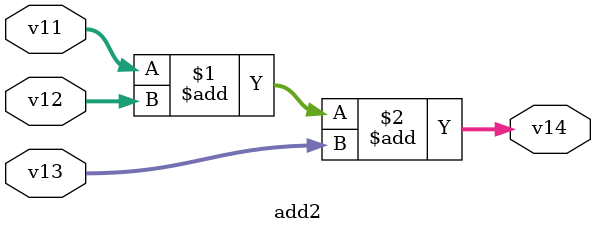
<source format=v>
`timescale 1ns / 1ps


module add2(v11,v12,v13,v14);

    input [1:0]v11,v12,v13;
    output [1:0] v14;
    
    assign v14 = v11+v12+v13;
    
endmodule

</source>
